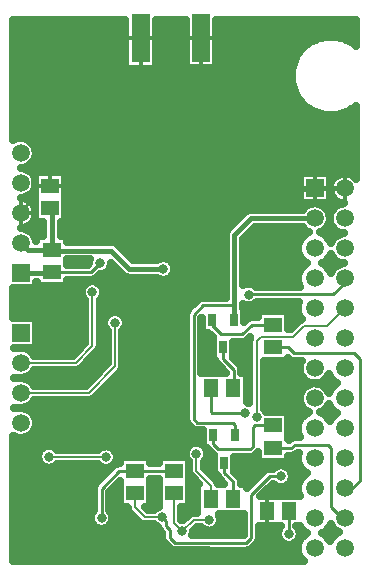
<source format=gbr>
G04 DipTrace 3.0.0.2*
G04 Bottom.gbr*
%MOIN*%
G04 #@! TF.FileFunction,Copper,L2,Bot*
G04 #@! TF.Part,Single*
G04 #@! TA.AperFunction,Conductor*
%ADD10C,0.01*%
%ADD14C,0.018*%
%ADD16C,0.007*%
G04 #@! TA.AperFunction,ViaPad*
%ADD17C,0.031496*%
G04 #@! TA.AperFunction,CopperBalancing*
%ADD18C,0.025*%
%ADD19C,0.012992*%
%ADD20R,0.059843X0.159843*%
%ADD22R,0.051181X0.059055*%
%ADD23R,0.059055X0.051181*%
G04 #@! TA.AperFunction,ComponentPad*
%ADD24R,0.059055X0.059055*%
%ADD25C,0.059055*%
%ADD29R,0.025591X0.041339*%
%FSLAX26Y26*%
G04*
G70*
G90*
G75*
G01*
G04 Bottom*
%LPD*%
X932016Y1406961D2*
D14*
X819155D1*
X757612Y1468504D1*
X562992D1*
X561024Y1470473D1*
X479788D1*
X456764Y1493496D1*
X561024Y1470473D2*
Y1605533D1*
X556168Y1610389D1*
X1350394Y523622D2*
D10*
Y598394D1*
X1351103Y599103D1*
X726378Y577378D2*
Y675378D1*
X784701Y733701D1*
X836701D1*
X965984D1*
X966536Y734252D1*
X673126Y505126D2*
Y479528D1*
X865528D1*
X916717Y530717D1*
X670701Y453945D2*
Y502701D1*
X673126Y505126D1*
X916717Y530717D2*
D16*
Y483685D1*
X954208Y446194D1*
X1106824D1*
X1276299Y599103D2*
X1275701Y598504D1*
Y468701D1*
X1253194Y446194D1*
X1106824D1*
X456764Y1593496D2*
D10*
Y1601383D1*
X507743Y1652362D1*
Y1676772D1*
X516142Y1685171D1*
X556147D1*
X556168Y1685192D1*
X660761Y858137D2*
X539895D1*
X485433Y803675D1*
Y675328D1*
X580709Y580053D1*
X659580D1*
X663386Y576247D1*
X1312599Y657612D2*
X1292257D1*
X1278215Y643570D1*
Y601019D1*
X1276299Y599103D1*
X1007612Y1321654D2*
D14*
X1059449D1*
X1124410Y1386614D1*
Y1551837D1*
X1198294Y1625722D1*
X1337139D1*
X1385565Y1674147D1*
X1435572D1*
X1437126Y1675701D1*
X1537126D1*
X660761Y858137D2*
X890026D1*
X940814Y908924D1*
Y1254856D1*
X1007612Y1321654D1*
X1537126Y675701D2*
D10*
X1561134D1*
X1587402Y701969D1*
Y1107612D1*
X1569423Y1125591D1*
X1369423D1*
X1348032Y1146982D1*
X1300525D1*
X1299213Y1145670D1*
X1537126Y575701D2*
X1528761D1*
X1491339Y613124D1*
Y811155D1*
X1481890Y820604D1*
X1369685D1*
X1358530Y809449D1*
X1300788D1*
X1299213Y811024D1*
X1097701Y852331D2*
Y825134D1*
X1116011Y806824D1*
X1222310D1*
X1230840Y815355D1*
Y879659D1*
X1237795Y886614D1*
X1298425D1*
X1299213Y885827D1*
X456764Y1393496D2*
D14*
X558851D1*
X561024Y1395670D1*
D10*
X691470D1*
X721654Y1425853D1*
X457349Y1093509D2*
D16*
X639966D1*
X695932Y1149475D1*
Y1329659D1*
X457349Y993509D2*
X683142D1*
X772179Y1082546D1*
Y1226903D1*
X771391Y1227691D1*
X1089898Y1010701D2*
D10*
Y932019D1*
X1095932Y925984D1*
X1203675D1*
X1204725Y927034D1*
X1093496Y1236339D2*
Y1219234D1*
X1123491Y1189239D1*
X1195670D1*
X1227034Y1220604D1*
X1299082D1*
X1299213Y1220473D1*
X1437126Y1575701D2*
D14*
X1225307D1*
X1169292Y1519685D1*
Y1286483D1*
Y1237331D1*
X1168299Y1236339D1*
X1172504Y852331D2*
D10*
Y886158D1*
X1164436Y894226D1*
X1045932D1*
X1033727Y906431D1*
Y1254725D1*
X1065486Y1286483D1*
X1169292D1*
X1164504Y641331D2*
Y699145D1*
X1135958Y727691D1*
Y760924D1*
X1135103Y761780D1*
X1130898Y1145788D2*
Y1107292D1*
X1167061Y1071129D1*
Y1013061D1*
X1164701Y1010701D1*
X1042520Y791578D2*
D16*
Y733596D1*
X1091339Y684777D1*
Y642969D1*
X1089701Y641331D1*
X551313Y780971D2*
X739895D1*
X741601Y779265D1*
X966536Y659449D2*
Y561866D1*
X995701Y532701D1*
X1085701Y570701D2*
X1033701D1*
X995701Y532701D1*
X928701Y579701D2*
X869701D1*
X836701Y612701D1*
Y658898D1*
X1324935Y716404D2*
D10*
X1287139D1*
X1225853Y655118D1*
Y510368D1*
X1209449Y493963D1*
X972047D1*
X954725Y511286D1*
Y537271D1*
X940683Y551313D1*
Y567719D1*
X928701Y579701D1*
X1243221Y914362D2*
D16*
Y1167760D1*
X1257221Y1181760D1*
X1366114D1*
X1400083Y1215729D1*
X1477154D1*
X1537126Y1275701D1*
Y1375701D2*
D10*
Y1361798D1*
X1498294Y1322966D1*
X1217586D1*
X1216536Y1321916D1*
D17*
X932016Y1406961D3*
X1350394Y523622D3*
X726378Y577378D3*
X673126Y505126D3*
X916717Y530717D3*
X670701Y453945D3*
X673126Y505126D3*
X1106824Y446194D3*
X660761Y858137D3*
X663386Y576247D3*
X1312599Y657612D3*
X1007612Y1321654D3*
X660761Y858137D3*
X1007612Y1321654D3*
X721654Y1425853D3*
X695932Y1329659D3*
X771391Y1227691D3*
X1204725Y927034D3*
X1042520Y791578D3*
X551313Y780971D3*
X741601Y779265D3*
X995701Y532701D3*
X1085701Y570701D3*
X928701Y579701D3*
X1324935Y716404D3*
X928701Y579701D3*
X1216536Y1321916D3*
X905512Y2047244D3*
X1062992Y1968504D3*
X905512D3*
X1062992Y2047244D3*
X1220473Y1732284D3*
X1141732Y2047244D3*
Y1968504D3*
Y2125984D3*
Y2204725D3*
X1220473Y1968504D3*
Y2047244D3*
Y2125984D3*
Y2204725D3*
X1141732Y1889764D3*
X1220473D3*
X1299213D3*
Y1968504D3*
Y2047244D3*
Y2125984D3*
Y2204725D3*
X826772Y1968504D3*
Y2047244D3*
X748032Y1968504D3*
Y2047244D3*
Y2125984D3*
Y2204725D3*
Y1889764D3*
Y1811024D3*
X826772D3*
X1141732D3*
X1062992D3*
X669292D3*
Y1889764D3*
Y1968504D3*
Y2047244D3*
Y2125984D3*
Y2204725D3*
X590551Y1889764D3*
Y1968504D3*
Y2047244D3*
Y2125984D3*
Y2204725D3*
X511811Y1889764D3*
Y1968504D3*
Y2047244D3*
Y2125984D3*
Y2204725D3*
X433071Y1889764D3*
Y1968504D3*
Y2047244D3*
Y2125984D3*
Y2204725D3*
X1062992Y1732284D3*
X984252D3*
X905512D3*
X826772D3*
X748032D3*
X669292D3*
X1141732D3*
X1220473Y1811024D3*
X1377953Y2204725D3*
X1456693D3*
X1535433D3*
X1377953Y1889764D3*
X1456693D3*
X1535433D3*
X1456693Y1811024D3*
X1535433D3*
X1243221Y914362D3*
X434685Y2212238D2*
D18*
X803684D1*
X909515D2*
X1004075D1*
X1109904D2*
X1573167D1*
X434685Y2187369D2*
X803684D1*
X909515D2*
X1004075D1*
X1109904D2*
X1573167D1*
X434685Y2162500D2*
X803684D1*
X909515D2*
X1004075D1*
X1109904D2*
X1419797D1*
X1561760D2*
X1573193D1*
X434685Y2137631D2*
X803684D1*
X909515D2*
X1004075D1*
X1109904D2*
X1390208D1*
X434685Y2112763D2*
X803684D1*
X909515D2*
X1004075D1*
X1109904D2*
X1372971D1*
X434685Y2087894D2*
X803684D1*
X909515D2*
X1004075D1*
X1109904D2*
X1362815D1*
X434685Y2063025D2*
X1358079D1*
X434685Y2038156D2*
X1358176D1*
X434685Y2013288D2*
X1363108D1*
X434685Y1988419D2*
X1373557D1*
X434685Y1963550D2*
X1391184D1*
X434685Y1938681D2*
X1421555D1*
X1559953D2*
X1573164D1*
X434685Y1913813D2*
X1573167D1*
X434685Y1888944D2*
X1573167D1*
X434685Y1864075D2*
X1573167D1*
X479583Y1839206D2*
X1573167D1*
X504729Y1814337D2*
X1573167D1*
X509124Y1789469D2*
X1573167D1*
X500091Y1764600D2*
X1573167D1*
X478361Y1739731D2*
X1573167D1*
X608684Y1714862D2*
X1384592D1*
X1489641D2*
X1503471D1*
X608684Y1689994D2*
X1384592D1*
X608684Y1665125D2*
X1384592D1*
X477044Y1640256D2*
X503635D1*
X608684D2*
X1384592D1*
X1489641D2*
X1499322D1*
X608684Y1615387D2*
X1404172D1*
X1470061D2*
X1504172D1*
X608684Y1590519D2*
X1195920D1*
X608684Y1565650D2*
X1171067D1*
X475579Y1540781D2*
X529025D1*
X593011D2*
X1146164D1*
X1234612D2*
X1398801D1*
X1475432D2*
X1498801D1*
X613567Y1515912D2*
X1137327D1*
X1209709D2*
X1395628D1*
X1478607D2*
X1504856D1*
X779143Y1491044D2*
X1137327D1*
X1201263D2*
X1380735D1*
X804143Y1466175D2*
X1137327D1*
X1201263D2*
X1379416D1*
X828996Y1441306D2*
X917941D1*
X946096D2*
X1137327D1*
X1201263D2*
X1390403D1*
X1483831D2*
X1498313D1*
X969524Y1416437D2*
X1137327D1*
X1201263D2*
X1396164D1*
X1478068D2*
X1505588D1*
X735931Y1391568D2*
X790355D1*
X967327D2*
X1137327D1*
X1201263D2*
X1380881D1*
X613567Y1366700D2*
X1137327D1*
X1201263D2*
X1379319D1*
X434685Y1341831D2*
X659299D1*
X732561D2*
X1137327D1*
X434685Y1316962D2*
X659495D1*
X732365D2*
X1137327D1*
X434685Y1292093D2*
X669456D1*
X722404D2*
X1032541D1*
X1239641D2*
X1381076D1*
X434685Y1267225D2*
X669456D1*
X722404D2*
X1009007D1*
X1204095D2*
X1379271D1*
X509856Y1242356D2*
X669456D1*
X722404D2*
X735748D1*
X807024D2*
X1005735D1*
X1351751D2*
X1389621D1*
X509856Y1217487D2*
X669456D1*
X722404D2*
X734103D1*
X808684D2*
X1005735D1*
X1351751D2*
X1365389D1*
X509856Y1192618D2*
X669456D1*
X722404D2*
X745676D1*
X798675D2*
X1005735D1*
X1061711D2*
X1081565D1*
X509856Y1167750D2*
X669456D1*
X722404D2*
X745676D1*
X798675D2*
X1005735D1*
X1061711D2*
X1095091D1*
X434685Y1142881D2*
X446799D1*
X467924D2*
X652903D1*
X721477D2*
X745676D1*
X798675D2*
X1005735D1*
X1061711D2*
X1095091D1*
X1166692D2*
X1216721D1*
X503460Y1118012D2*
X628049D1*
X700872D2*
X745676D1*
X798675D2*
X1005735D1*
X1061711D2*
X1095091D1*
X1166692D2*
X1216721D1*
X676019Y1093143D2*
X745676D1*
X798675D2*
X1005735D1*
X1061711D2*
X1107200D1*
X1183587D2*
X1216721D1*
X1269719D2*
X1387717D1*
X503068Y1068274D2*
X721507D1*
X793939D2*
X1005735D1*
X1061711D2*
X1131369D1*
X1195061D2*
X1216721D1*
X1269719D2*
X1385129D1*
X434685Y1043406D2*
X451243D1*
X463436D2*
X696604D1*
X769475D2*
X1005735D1*
X1269719D2*
X1396408D1*
X1477824D2*
X1488819D1*
X503167Y1018537D2*
X671751D1*
X744572D2*
X1005735D1*
X1269719D2*
X1408763D1*
X1465471D2*
X1498508D1*
X719719Y993668D2*
X1005735D1*
X1269719D2*
X1387912D1*
X503361Y968799D2*
X1005735D1*
X1269719D2*
X1385080D1*
X434685Y943931D2*
X448167D1*
X466502D2*
X1005735D1*
X1269719D2*
X1395969D1*
X1478264D2*
X1488453D1*
X502873Y919062D2*
X1005735D1*
X1351751D2*
X1399143D1*
X1475091D2*
X1499143D1*
X509856Y894193D2*
X1008860D1*
X1351751D2*
X1381760D1*
X503655Y869324D2*
X1038011D1*
X1351751D2*
X1378977D1*
X434685Y844456D2*
X445041D1*
X469633D2*
X1061887D1*
X434685Y819587D2*
X1017015D1*
X434685Y794718D2*
X515256D1*
X776897D2*
X1003928D1*
X1081145D2*
X1089584D1*
X434685Y769849D2*
X514328D1*
X889251D2*
X913987D1*
X1074016D2*
X1099289D1*
X1170891D2*
X1246701D1*
X1351751D2*
X1378928D1*
X434685Y744981D2*
X727316D1*
X1068987D2*
X1099289D1*
X1170891D2*
X1300120D1*
X1349748D2*
X1387767D1*
X434685Y720112D2*
X732591D1*
X1092424D2*
X1109104D1*
X1182072D2*
X1252316D1*
X1363469D2*
X1400461D1*
X434685Y695243D2*
X707688D1*
X889251D2*
X913987D1*
X1019084D2*
X1044456D1*
X1115423D2*
X1129856D1*
X1192473D2*
X1227415D1*
X1356877D2*
X1382103D1*
X434685Y670374D2*
X698411D1*
X759904D2*
X784152D1*
X889251D2*
X913987D1*
X1019084D2*
X1041087D1*
X1279631D2*
X1378879D1*
X434685Y645505D2*
X698411D1*
X754387D2*
X784152D1*
X889251D2*
X913987D1*
X1019084D2*
X1041087D1*
X434685Y620637D2*
X698411D1*
X754387D2*
X784152D1*
X889251D2*
X913987D1*
X1019084D2*
X1041087D1*
X434685Y595768D2*
X692649D1*
X760100D2*
X817209D1*
X993011D2*
X1041087D1*
X434685Y570899D2*
X688205D1*
X764544D2*
X842063D1*
X1124456D2*
X1197873D1*
X434685Y546030D2*
X705687D1*
X747063D2*
X912767D1*
X1045452D2*
X1056663D1*
X1114739D2*
X1197873D1*
X1253851D2*
X1319407D1*
X434685Y521162D2*
X926731D1*
X1032561D2*
X1197873D1*
X1253851D2*
X1311740D1*
X1389055D2*
X1401904D1*
X1472356D2*
X1501877D1*
X434685Y496293D2*
X931613D1*
X1249603D2*
X1324095D1*
X434685Y471424D2*
X957639D1*
X1223869D2*
X1378781D1*
X434685Y446555D2*
X1386789D1*
X907009Y2237121D2*
Y2075175D1*
X806167D1*
Y2237118D1*
X432185Y2237107D1*
Y1837058D1*
X437620Y1839715D1*
X445086Y1842142D1*
X452839Y1843369D1*
X460689D1*
X468442Y1842142D1*
X475908Y1839715D1*
X482903Y1836151D1*
X489255Y1831537D1*
X494805Y1825987D1*
X499419Y1819635D1*
X502983Y1812641D1*
X505410Y1805175D1*
X506637Y1797421D1*
Y1789571D1*
X505410Y1781818D1*
X502983Y1774352D1*
X499419Y1767357D1*
X494805Y1761005D1*
X489255Y1755456D1*
X482903Y1750841D1*
X475908Y1747277D1*
X468442Y1744851D1*
X460689Y1743624D1*
X457853Y1743512D1*
X464589Y1742908D1*
X472223Y1741075D1*
X479477Y1738071D1*
X486170Y1733970D1*
X492139Y1728872D1*
X497238Y1722902D1*
X501339Y1716209D1*
X504343Y1708956D1*
X506141Y1701601D1*
Y1731282D1*
X606196D1*
Y1564298D1*
X590523D1*
X590524Y1516520D1*
X611051Y1516563D1*
Y1497960D1*
X759927Y1497914D1*
X766727Y1496561D1*
X773025Y1493658D1*
X778471Y1489364D1*
X778698Y1489118D1*
X831655Y1436461D1*
X911000D1*
X915559Y1439257D1*
X920815Y1441435D1*
X926345Y1442763D1*
X932016Y1443209D1*
X937687Y1442763D1*
X943217Y1441435D1*
X948473Y1439257D1*
X953322Y1436286D1*
X957647Y1432592D1*
X961341Y1428267D1*
X964313Y1423418D1*
X966490Y1418162D1*
X967818Y1412631D1*
X968264Y1406961D1*
X967818Y1401290D1*
X966490Y1395760D1*
X964313Y1390504D1*
X961341Y1385655D1*
X957647Y1381330D1*
X953322Y1377635D1*
X948473Y1374664D1*
X943217Y1372487D1*
X937687Y1371159D1*
X932016Y1370713D1*
X926345Y1371159D1*
X920815Y1372487D1*
X915559Y1374664D1*
X910960Y1377469D1*
X816840Y1377551D1*
X810040Y1378904D1*
X803742Y1381807D1*
X798295Y1386101D1*
X798068Y1386347D1*
X757865Y1426532D1*
X757456Y1420183D1*
X756128Y1414652D1*
X753950Y1409397D1*
X750979Y1404547D1*
X747285Y1400222D1*
X742960Y1396528D1*
X738110Y1393557D1*
X732855Y1391379D1*
X727324Y1390051D1*
X721465Y1389613D1*
X706458Y1375040D1*
X701229Y1372110D1*
X695460Y1370483D1*
X691470Y1370170D1*
X611050D1*
X611051Y1349579D1*
X510996D1*
Y1363983D1*
X506751Y1363996D1*
X506792Y1343469D1*
X432134D1*
X432322Y1243537D1*
X507377D1*
Y1143482D1*
X461274Y1143382D1*
X469028Y1142155D1*
X476494Y1139729D1*
X483488Y1136164D1*
X489840Y1131550D1*
X495390Y1126000D1*
X500004Y1119649D1*
X501211Y1117494D1*
X630054Y1117509D1*
X671920Y1159404D1*
X671932Y1302454D1*
X666607Y1308353D1*
X663635Y1313202D1*
X661458Y1318458D1*
X660130Y1323988D1*
X659684Y1329659D1*
X660130Y1335330D1*
X661458Y1340860D1*
X663635Y1346116D1*
X666607Y1350965D1*
X670301Y1355290D1*
X674626Y1358984D1*
X679475Y1361956D1*
X684731Y1364133D1*
X690261Y1365461D1*
X695932Y1365907D1*
X701603Y1365461D1*
X707133Y1364133D1*
X712389Y1361956D1*
X717238Y1358984D1*
X721563Y1355290D1*
X725257Y1350965D1*
X728229Y1346116D1*
X730406Y1340860D1*
X731734Y1335330D1*
X732180Y1329659D1*
X731734Y1323988D1*
X730406Y1318458D1*
X728229Y1313202D1*
X725257Y1308353D1*
X719923Y1302511D1*
X719858Y1147592D1*
X718757Y1142059D1*
X716395Y1136936D1*
X712659Y1132280D1*
X655553Y1075260D1*
X650862Y1072125D1*
X645568Y1070172D1*
X639635Y1069523D1*
X501246Y1069509D1*
X497823Y1064104D1*
X492725Y1058134D1*
X486755Y1053036D1*
X480062Y1048935D1*
X472809Y1045931D1*
X465175Y1044097D1*
X458439Y1043525D1*
X465175Y1042921D1*
X472809Y1041088D1*
X480062Y1038084D1*
X486755Y1033983D1*
X492725Y1028885D1*
X497823Y1022915D1*
X501211Y1017494D1*
X673218Y1017509D1*
X748172Y1092481D1*
X748179Y1199879D1*
X743828Y1204150D1*
X740484Y1208751D1*
X737903Y1213819D1*
X736145Y1219229D1*
X735255Y1224847D1*
Y1230534D1*
X736145Y1236152D1*
X737903Y1241562D1*
X740484Y1246630D1*
X743828Y1251231D1*
X747851Y1255253D1*
X752452Y1258597D1*
X757520Y1261179D1*
X762929Y1262937D1*
X768547Y1263827D1*
X774235D1*
X779853Y1262937D1*
X785263Y1261179D1*
X790331Y1258597D1*
X794932Y1255253D1*
X798954Y1251231D1*
X802298Y1246630D1*
X804879Y1241562D1*
X806638Y1236152D1*
X807528Y1230534D1*
Y1224847D1*
X806638Y1219229D1*
X804879Y1213819D1*
X802298Y1208751D1*
X798954Y1204150D1*
X796166Y1201267D1*
X796105Y1080663D1*
X795004Y1075130D1*
X792642Y1070005D1*
X788906Y1065351D1*
X698729Y975260D1*
X694038Y972125D1*
X688744Y970172D1*
X682811Y969523D1*
X501257Y969509D1*
X497823Y964104D1*
X492725Y958134D1*
X486755Y953036D1*
X480062Y948935D1*
X472809Y945931D1*
X465175Y944097D1*
X458439Y943525D1*
X465175Y942921D1*
X472809Y941088D1*
X480062Y938084D1*
X486755Y933983D1*
X492725Y928885D1*
X497823Y922915D1*
X501924Y916222D1*
X504928Y908969D1*
X506761Y901335D1*
X507377Y893509D1*
X506761Y885684D1*
X504928Y878050D1*
X501924Y870797D1*
X497823Y864104D1*
X492725Y858134D1*
X486755Y853036D1*
X480062Y848935D1*
X472809Y845931D1*
X465175Y844097D1*
X457349Y843482D1*
X449524Y844097D1*
X441890Y845931D1*
X434637Y848935D1*
X432160Y850322D1*
X432185Y432185D1*
X1401862D1*
X1394529Y439319D1*
X1389361Y446431D1*
X1385370Y454263D1*
X1382655Y462624D1*
X1381280Y471306D1*
Y480096D1*
X1382655Y488778D1*
X1385370Y497139D1*
X1389361Y504971D1*
X1394529Y512083D1*
X1400744Y518298D1*
X1407856Y523466D1*
X1411694Y525788D1*
X1404198Y530381D1*
X1397515Y536089D1*
X1391806Y542773D1*
X1387876Y549084D1*
X1376246Y549075D1*
X1381301Y542562D1*
X1383882Y537494D1*
X1385641Y532084D1*
X1386530Y526466D1*
Y520778D1*
X1385641Y515160D1*
X1383882Y509751D1*
X1381301Y504683D1*
X1377957Y500082D1*
X1373935Y496059D1*
X1369334Y492715D1*
X1364265Y490134D1*
X1358856Y488376D1*
X1353238Y487486D1*
X1347550D1*
X1341932Y488376D1*
X1336523Y490134D1*
X1331454Y492715D1*
X1326853Y496059D1*
X1322831Y500082D1*
X1319487Y504683D1*
X1316906Y509751D1*
X1315147Y515160D1*
X1314257Y520778D1*
Y526466D1*
X1315147Y532084D1*
X1316906Y537494D1*
X1319487Y542562D1*
X1322831Y547163D1*
X1324604Y549082D1*
X1251345Y549075D1*
X1251040Y506378D1*
X1249412Y500609D1*
X1246483Y495379D1*
X1243885Y492336D1*
X1224437Y473334D1*
X1219208Y470404D1*
X1213439Y468777D1*
X1209449Y468463D1*
X968058Y468777D1*
X962289Y470404D1*
X957059Y473334D1*
X954016Y475932D1*
X934095Y496298D1*
X931166Y501528D1*
X929538Y507297D1*
X929225Y511286D1*
Y526765D1*
X920053Y536324D1*
X917124Y541554D1*
X915803Y545781D1*
X909761Y548794D1*
X905160Y552138D1*
X901553Y555710D1*
X865946Y555996D1*
X860516Y557528D1*
X855595Y560285D1*
X852730Y562730D1*
X817285Y598595D1*
X814528Y603516D1*
X812996Y608946D1*
X812701Y612848D1*
X786673Y612807D1*
Y699672D1*
X751874Y664811D1*
X752009Y603009D1*
X755704Y598684D1*
X758675Y593835D1*
X760852Y588579D1*
X762180Y583049D1*
X762626Y577378D1*
X762180Y571708D1*
X760852Y566177D1*
X758675Y560921D1*
X755704Y556072D1*
X752009Y551747D1*
X747684Y548053D1*
X742835Y545082D1*
X737579Y542904D1*
X732049Y541576D1*
X726378Y541130D1*
X720708Y541576D1*
X715177Y542904D1*
X709921Y545082D1*
X705072Y548053D1*
X700747Y551747D1*
X697053Y556072D1*
X694082Y560921D1*
X691904Y566177D1*
X690576Y571708D1*
X690130Y577378D1*
X690576Y583049D1*
X691904Y588579D1*
X694082Y593835D1*
X697053Y598684D1*
X700886Y603138D1*
X700957Y677379D1*
X702126Y683259D1*
X704635Y688702D1*
X708593Y693638D1*
X768139Y753092D1*
X773124Y756421D1*
X778748Y758496D1*
X785037Y759188D1*
X786702Y759201D1*
X786673Y779792D1*
X886729D1*
Y759235D1*
X916534Y759201D1*
X916508Y780343D1*
X1008046Y780377D1*
X1006718Y785907D1*
X1006272Y791578D1*
X1006718Y797248D1*
X1008046Y802778D1*
X1010223Y808034D1*
X1013194Y812883D1*
X1016889Y817209D1*
X1021214Y820903D1*
X1026063Y823874D1*
X1031319Y826051D1*
X1036849Y827379D1*
X1042520Y827826D1*
X1048191Y827379D1*
X1053721Y826051D1*
X1058977Y823874D1*
X1064411Y820441D1*
X1064406Y868730D1*
X1041942Y869040D1*
X1036173Y870667D1*
X1030944Y873596D1*
X1027900Y876194D1*
X1013097Y891442D1*
X1010168Y896672D1*
X1008541Y902441D1*
X1008227Y906431D1*
X1008541Y1258714D1*
X1010168Y1264483D1*
X1013097Y1269713D1*
X1015696Y1272756D1*
X1050498Y1307113D1*
X1055727Y1310042D1*
X1061496Y1311670D1*
X1065486Y1311983D1*
X1139851D1*
X1139882Y1522000D1*
X1141235Y1528801D1*
X1144138Y1535099D1*
X1148432Y1540545D1*
X1148677Y1540772D1*
X1206149Y1598133D1*
X1211915Y1601986D1*
X1218420Y1604386D1*
X1225307Y1605201D1*
X1225642Y1605188D1*
X1396743Y1605201D1*
X1401751Y1611076D1*
X1407721Y1616175D1*
X1414414Y1620276D1*
X1421667Y1623280D1*
X1429301Y1625113D1*
X1434654Y1625673D1*
X1387099D1*
Y1725729D1*
X1487154D1*
X1487382Y1681025D1*
X1488736Y1688394D1*
X1491175Y1695479D1*
X1494643Y1702121D1*
X1499066Y1708170D1*
X1504343Y1713490D1*
X1510355Y1717962D1*
X1516966Y1721487D1*
X1524032Y1723984D1*
X1531390Y1725399D1*
X1538877Y1725698D1*
X1546324Y1724876D1*
X1553566Y1722950D1*
X1560439Y1719965D1*
X1566788Y1715987D1*
X1572473Y1711105D1*
X1575708Y1707542D1*
X1575673Y1951718D1*
X1567612Y1945362D1*
X1559076Y1939659D1*
X1550120Y1934642D1*
X1540797Y1930345D1*
X1531166Y1926792D1*
X1521285Y1924005D1*
X1511217Y1922003D1*
X1501021Y1920795D1*
X1490764Y1920393D1*
X1480507Y1920795D1*
X1470311Y1922003D1*
X1460243Y1924005D1*
X1450362Y1926792D1*
X1440731Y1930345D1*
X1431408Y1934642D1*
X1422452Y1939659D1*
X1413916Y1945362D1*
X1405855Y1951718D1*
X1398315Y1958685D1*
X1391348Y1966225D1*
X1384992Y1974286D1*
X1379289Y1982822D1*
X1374272Y1991778D1*
X1369975Y2001101D1*
X1366421Y2010732D1*
X1363635Y2020613D1*
X1361633Y2030681D1*
X1360425Y2040877D1*
X1360023Y2051134D1*
X1360425Y2061391D1*
X1361633Y2071587D1*
X1363635Y2081655D1*
X1366421Y2091536D1*
X1369975Y2101167D1*
X1374272Y2110490D1*
X1379289Y2119446D1*
X1384992Y2127982D1*
X1391348Y2136044D1*
X1398315Y2143583D1*
X1405855Y2150550D1*
X1413916Y2156906D1*
X1422452Y2162609D1*
X1431408Y2167626D1*
X1440731Y2171923D1*
X1450362Y2175477D1*
X1460243Y2178263D1*
X1470311Y2180265D1*
X1480507Y2181473D1*
X1490764Y2181876D1*
X1501021Y2181473D1*
X1511217Y2180265D1*
X1521285Y2178263D1*
X1531166Y2175477D1*
X1540797Y2171923D1*
X1550120Y2167626D1*
X1559076Y2162609D1*
X1567612Y2156906D1*
X1575704Y2150524D1*
X1575689Y2237107D1*
X1107379D1*
X1107403Y2077143D1*
X1006561D1*
Y2237114D1*
X906988Y2237107D1*
X1317512Y649130D2*
X1387776D1*
X1383848Y658390D1*
X1381797Y666937D1*
X1381107Y675701D1*
X1381797Y684465D1*
X1383848Y693012D1*
X1387213Y701133D1*
X1391806Y708629D1*
X1397515Y715313D1*
X1404198Y721021D1*
X1411865Y725694D1*
X1404198Y730381D1*
X1397515Y736089D1*
X1391806Y742773D1*
X1387213Y750269D1*
X1383848Y758390D1*
X1381797Y766937D1*
X1381107Y775701D1*
X1381797Y784465D1*
X1383848Y793012D1*
X1384628Y795124D1*
X1380222Y795104D1*
X1373519Y788819D1*
X1368289Y785890D1*
X1362520Y784263D1*
X1358530Y783949D1*
X1349204D1*
X1349240Y764933D1*
X1249185D1*
Y797697D1*
X1238870Y787435D1*
X1233886Y784104D1*
X1228263Y782029D1*
X1221974Y781337D1*
X1168355Y781324D1*
X1168398Y731318D1*
X1185134Y714133D1*
X1188063Y708903D1*
X1189691Y703134D1*
X1190004Y699145D1*
Y691381D1*
X1210595Y691358D1*
Y675879D1*
X1270579Y735795D1*
X1275562Y739125D1*
X1281187Y741200D1*
X1287475Y741891D1*
X1299303Y742036D1*
X1303629Y745730D1*
X1308478Y748701D1*
X1313734Y750878D1*
X1319264Y752206D1*
X1324935Y752652D1*
X1330605Y752206D1*
X1336135Y750878D1*
X1341391Y748701D1*
X1346240Y745730D1*
X1350566Y742036D1*
X1354260Y737710D1*
X1357231Y732861D1*
X1359408Y727605D1*
X1360736Y722075D1*
X1361183Y716404D1*
X1360736Y710734D1*
X1359408Y705204D1*
X1357231Y699948D1*
X1354260Y695099D1*
X1350566Y690773D1*
X1346240Y687079D1*
X1341391Y684108D1*
X1336135Y681931D1*
X1330605Y680603D1*
X1324935Y680156D1*
X1319264Y680603D1*
X1313734Y681931D1*
X1308478Y684108D1*
X1303629Y687079D1*
X1299175Y690912D1*
X1296332Y689534D1*
X1255900Y649104D1*
X1317512Y649130D1*
X531538Y1564298D2*
X506141D1*
Y1585441D1*
X504559Y1578719D1*
X501816Y1571747D1*
X498063Y1565263D1*
X493382Y1559411D1*
X487881Y1554324D1*
X481681Y1550116D1*
X474923Y1546881D1*
X467756Y1544692D1*
X460344Y1543597D1*
X458286Y1543502D1*
X464589Y1542908D1*
X472223Y1541075D1*
X479477Y1538071D1*
X486170Y1533970D1*
X492139Y1528872D1*
X497238Y1522902D1*
X501339Y1516209D1*
X504343Y1508956D1*
X506336Y1499966D1*
X510996Y1511882D1*
Y1516563D1*
X531553D1*
X531524Y1564272D1*
X506141Y1601554D2*
Y1685458D1*
X504343Y1678037D1*
X501339Y1670784D1*
X497238Y1664091D1*
X492139Y1658121D1*
X486170Y1653023D1*
X479477Y1648921D1*
X472223Y1645918D1*
X464589Y1644084D1*
X458515Y1643494D1*
X465962Y1642671D1*
X473204Y1640746D1*
X480076Y1637760D1*
X486425Y1633782D1*
X492110Y1628900D1*
X497002Y1623223D1*
X500990Y1616881D1*
X503986Y1610013D1*
X506142Y1601435D1*
X1081528Y1195170D2*
X1060201D1*
Y1245121D1*
X1059227Y1242225D1*
Y1060730D1*
X1135988Y1060680D1*
X1140191Y1061936D1*
X1110268Y1092303D1*
X1107339Y1097533D1*
X1105662Y1103730D1*
X1105711Y1103302D1*
X1105662Y1103730D1*
X1101693Y1104618D1*
X1097603D1*
Y1179082D1*
X1081463Y1195204D1*
X1198767Y1277508D2*
X1201595D1*
Y1231170D1*
X1212046Y1241234D1*
X1217276Y1244163D1*
X1223045Y1245790D1*
X1227034Y1246104D1*
X1249154D1*
X1249185Y1266563D1*
X1349240D1*
Y1205772D1*
X1357983Y1207570D1*
X1385977Y1235145D1*
X1390898Y1237902D1*
X1394704Y1239110D1*
X1389361Y1246431D1*
X1385370Y1254263D1*
X1382655Y1262624D1*
X1381280Y1271306D1*
Y1280096D1*
X1382655Y1288778D1*
X1385523Y1297466D1*
X1243265D1*
X1237841Y1292591D1*
X1232992Y1289620D1*
X1227736Y1287442D1*
X1222206Y1286114D1*
X1216536Y1285668D1*
X1210865Y1286114D1*
X1205335Y1287442D1*
X1198769Y1290352D1*
X1198792Y1277547D1*
X1164193Y1163764D2*
Y1110036D1*
X1187691Y1086117D1*
X1190620Y1080887D1*
X1192247Y1075118D1*
X1192561Y1071129D1*
Y1060729D1*
X1210792D1*
Y962730D1*
X1215925Y961508D1*
X1219232Y960230D1*
X1219294Y1169643D1*
X1220395Y1175176D1*
X1222049Y1179034D1*
X1212230Y1169849D1*
X1207246Y1166519D1*
X1201622Y1164444D1*
X1195334Y1163752D1*
X1164175Y1163739D1*
X1111513Y720610D2*
X1101807D1*
Y785698D1*
X1097979Y788793D1*
X1077071Y810146D1*
X1076832Y810503D1*
X1077071Y810146D1*
X1076832Y810503D1*
X1074816Y808034D1*
X1076994Y802778D1*
X1078322Y797248D1*
X1078768Y791578D1*
X1078322Y785907D1*
X1076994Y780377D1*
X1074816Y775121D1*
X1071845Y770272D1*
X1066511Y764429D1*
X1066520Y743482D1*
X1109588Y700364D1*
X1112723Y695673D1*
X1114282Y691776D1*
X1118414Y691358D1*
X1135792Y691310D1*
X1116567Y711130D1*
X1113238Y716113D1*
X1111589Y720225D1*
X1349240Y1109777D2*
Y1099579D1*
X1267160D1*
X1267221Y941540D1*
X1272546Y935668D1*
X1274904Y931915D1*
X1349240Y931918D1*
X1349192Y839736D1*
X1351654Y838635D1*
X1356361Y842347D1*
X1361805Y844856D1*
X1367684Y846025D1*
X1389558Y846104D1*
X1385370Y854263D1*
X1382655Y862624D1*
X1381280Y871306D1*
Y880096D1*
X1382655Y888778D1*
X1385370Y897139D1*
X1389361Y904971D1*
X1394529Y912083D1*
X1400744Y918298D1*
X1407856Y923466D1*
X1415688Y927457D1*
X1419541Y928878D1*
X1410987Y933046D1*
X1404635Y937660D1*
X1399086Y943210D1*
X1394471Y949562D1*
X1390907Y956557D1*
X1388481Y964023D1*
X1387253Y971776D1*
Y979626D1*
X1388481Y987379D1*
X1390907Y994845D1*
X1394471Y1001840D1*
X1399086Y1008192D1*
X1404635Y1013742D1*
X1410987Y1018356D1*
X1417982Y1021920D1*
X1425448Y1024347D1*
X1433201Y1025574D1*
X1436037Y1025685D1*
X1429301Y1026289D1*
X1421667Y1028122D1*
X1414414Y1031126D1*
X1407721Y1035227D1*
X1401751Y1040326D1*
X1396652Y1046295D1*
X1392551Y1052988D1*
X1389547Y1060242D1*
X1387714Y1067876D1*
X1387099Y1075701D1*
X1387714Y1083526D1*
X1389547Y1091160D1*
X1392551Y1098414D1*
X1393504Y1100113D1*
X1365433Y1100404D1*
X1359664Y1102032D1*
X1354435Y1104961D1*
X1349217Y1109735D1*
X1200390Y591303D2*
X1118414Y591352D1*
X1116608Y589641D1*
X1119189Y584572D1*
X1120948Y579163D1*
X1121837Y573545D1*
Y567857D1*
X1120948Y562239D1*
X1119189Y556830D1*
X1116608Y551761D1*
X1113264Y547160D1*
X1109242Y543138D1*
X1104641Y539794D1*
X1099572Y537213D1*
X1094163Y535454D1*
X1088545Y534565D1*
X1082857D1*
X1077239Y535454D1*
X1071830Y537213D1*
X1066761Y539794D1*
X1062160Y543138D1*
X1058553Y546710D1*
X1043660Y546701D1*
X1031855Y534914D1*
X1031503Y527030D1*
X1029416Y519445D1*
X1198937Y519463D1*
X1200345Y520923D1*
X1200353Y591276D1*
X1043610Y594672D2*
Y691358D1*
X1050788D1*
X1023104Y719490D1*
X1020347Y724411D1*
X1018815Y729841D1*
X1018520Y733596D1*
Y764407D1*
X1016565Y766298D1*
X1016563Y613358D1*
X990538D1*
X990536Y571752D1*
X993484Y568858D1*
X997935Y568861D1*
X1019595Y590117D1*
X1024516Y592874D1*
X1029946Y594406D1*
X1033701Y594701D1*
X1043613D1*
X886729Y708259D2*
Y612807D1*
X870469D1*
X879671Y603673D1*
X901488Y603701D1*
X907395Y609026D1*
X912244Y611998D1*
X916509Y613810D1*
X916557Y705540D1*
X915984Y708201D1*
X886736D1*
X886729Y692488D1*
X611051Y1438975D2*
Y1421204D1*
X680897Y1421170D1*
X685406Y1425853D1*
X685852Y1431524D1*
X687907Y1439026D1*
X611079Y1439004D1*
X1487154Y1673356D2*
Y1625673D1*
X1441051Y1625574D1*
X1448805Y1624347D1*
X1456271Y1621920D1*
X1463265Y1618356D1*
X1469617Y1613742D1*
X1475167Y1608192D1*
X1479781Y1601840D1*
X1483345Y1594845D1*
X1485772Y1587379D1*
X1486999Y1579626D1*
X1487110Y1576790D1*
X1487714Y1583526D1*
X1489547Y1591160D1*
X1492551Y1598414D1*
X1496652Y1605107D1*
X1501751Y1611076D1*
X1507721Y1616175D1*
X1514414Y1620276D1*
X1521667Y1623280D1*
X1529301Y1625113D1*
X1536037Y1625685D1*
X1528256Y1626466D1*
X1521003Y1628343D1*
X1514110Y1631282D1*
X1507734Y1635218D1*
X1502017Y1640062D1*
X1497088Y1645706D1*
X1493058Y1652023D1*
X1490015Y1658870D1*
X1488029Y1666095D1*
X1487154Y1673408D1*
X1487110Y1574612D2*
X1486538Y1567876D1*
X1484705Y1560242D1*
X1481701Y1552988D1*
X1477600Y1546295D1*
X1472502Y1540326D1*
X1466532Y1535227D1*
X1459839Y1531126D1*
X1454673Y1528893D1*
X1462558Y1525614D1*
X1470054Y1521021D1*
X1476738Y1515313D1*
X1482446Y1508629D1*
X1487040Y1501133D1*
X1490303Y1493286D1*
X1494471Y1501840D1*
X1499086Y1508192D1*
X1504635Y1513742D1*
X1510987Y1518356D1*
X1517982Y1521920D1*
X1525448Y1524347D1*
X1533201Y1525574D1*
X1536037Y1525685D1*
X1529301Y1526289D1*
X1521667Y1528122D1*
X1514414Y1531126D1*
X1507721Y1535227D1*
X1501751Y1540326D1*
X1496652Y1546295D1*
X1492551Y1552988D1*
X1489547Y1560242D1*
X1487714Y1567876D1*
X1487142Y1574612D1*
X1419579Y1528893D2*
X1414414Y1531126D1*
X1407721Y1535227D1*
X1401751Y1540326D1*
X1396719Y1546211D1*
X1237328Y1546003D1*
X1198792Y1507185D1*
Y1353523D1*
X1205335Y1356390D1*
X1210865Y1357718D1*
X1216536Y1358164D1*
X1222206Y1357718D1*
X1227736Y1356390D1*
X1232992Y1354213D1*
X1237841Y1351242D1*
X1241179Y1348461D1*
X1388142Y1348466D1*
X1383848Y1358390D1*
X1381797Y1366937D1*
X1381107Y1375701D1*
X1381797Y1384465D1*
X1383848Y1393012D1*
X1387213Y1401133D1*
X1391806Y1408629D1*
X1397515Y1415313D1*
X1404198Y1421021D1*
X1411865Y1425694D1*
X1404198Y1430381D1*
X1397515Y1436089D1*
X1391806Y1442773D1*
X1387213Y1450269D1*
X1383848Y1458390D1*
X1381797Y1466937D1*
X1381107Y1475701D1*
X1381797Y1484465D1*
X1383848Y1493012D1*
X1387213Y1501133D1*
X1391806Y1508629D1*
X1397515Y1515313D1*
X1404198Y1521021D1*
X1411694Y1525614D1*
X1419541Y1528878D1*
X1490303Y1458116D2*
X1487040Y1450269D1*
X1482446Y1442773D1*
X1476738Y1436089D1*
X1470054Y1430381D1*
X1462387Y1425708D1*
X1470054Y1421021D1*
X1476738Y1415313D1*
X1482446Y1408629D1*
X1487040Y1401133D1*
X1490303Y1393286D1*
X1494471Y1401840D1*
X1499086Y1408192D1*
X1504635Y1413742D1*
X1510987Y1418356D1*
X1517982Y1421920D1*
X1525448Y1424347D1*
X1533201Y1425574D1*
X1536037Y1425685D1*
X1529301Y1426289D1*
X1521667Y1428122D1*
X1514414Y1431126D1*
X1507721Y1435227D1*
X1501751Y1440326D1*
X1496652Y1446295D1*
X1492551Y1452988D1*
X1490318Y1458154D1*
X1483935Y1058154D2*
X1481701Y1052988D1*
X1477600Y1046295D1*
X1472502Y1040326D1*
X1466532Y1035227D1*
X1459839Y1031126D1*
X1452586Y1028122D1*
X1444952Y1026289D1*
X1438215Y1025717D1*
X1444952Y1025113D1*
X1452586Y1023280D1*
X1459839Y1020276D1*
X1466532Y1016175D1*
X1472502Y1011076D1*
X1477600Y1005107D1*
X1481701Y998414D1*
X1483935Y993248D1*
X1487213Y1001133D1*
X1491806Y1008629D1*
X1497515Y1015313D1*
X1504198Y1021021D1*
X1511865Y1025694D1*
X1504198Y1030381D1*
X1497515Y1036089D1*
X1491806Y1042773D1*
X1487213Y1050269D1*
X1483949Y1058116D1*
X1483935Y958154D2*
X1481701Y952988D1*
X1477600Y946295D1*
X1472502Y940326D1*
X1466532Y935227D1*
X1459839Y931126D1*
X1454673Y928893D1*
X1462558Y925614D1*
X1470054Y921021D1*
X1476738Y915313D1*
X1482446Y908629D1*
X1487120Y900962D1*
X1491806Y908629D1*
X1497515Y915313D1*
X1504198Y921021D1*
X1511865Y925694D1*
X1504198Y930381D1*
X1497515Y936089D1*
X1491806Y942773D1*
X1487213Y950269D1*
X1483949Y958116D1*
X1490303Y558116D2*
X1487040Y550269D1*
X1482446Y542773D1*
X1476738Y536089D1*
X1470054Y530381D1*
X1462387Y525708D1*
X1470054Y521021D1*
X1476738Y515313D1*
X1482446Y508629D1*
X1487120Y500962D1*
X1491806Y508629D1*
X1497515Y515313D1*
X1504198Y521021D1*
X1511694Y525614D1*
X1519541Y528878D1*
X1510987Y533046D1*
X1504635Y537660D1*
X1499086Y543210D1*
X1494471Y549562D1*
X1490907Y556557D1*
X1490318Y558154D1*
X578509Y804971D2*
X716009D1*
X722662Y810172D1*
X727730Y812753D1*
X733139Y814512D1*
X738757Y815402D1*
X744445D1*
X750063Y814512D1*
X755473Y812753D1*
X760541Y810172D1*
X765142Y806828D1*
X769164Y802806D1*
X772508Y798205D1*
X775089Y793137D1*
X776848Y787727D1*
X777738Y782109D1*
Y776421D1*
X776848Y770803D1*
X775089Y765394D1*
X772508Y760326D1*
X769164Y755725D1*
X765142Y751702D1*
X760541Y748358D1*
X755473Y745777D1*
X750063Y744019D1*
X744445Y743129D1*
X738757D1*
X733139Y744019D1*
X727730Y745777D1*
X722662Y748358D1*
X718061Y751702D1*
X713040Y756990D1*
X578519Y756971D1*
X572618Y751646D1*
X567769Y748675D1*
X562513Y746498D1*
X556983Y745170D1*
X551313Y744723D1*
X545642Y745170D1*
X540112Y746498D1*
X534856Y748675D1*
X530007Y751646D1*
X525681Y755340D1*
X521987Y759666D1*
X519016Y764515D1*
X516839Y769771D1*
X515511Y775301D1*
X515065Y780971D1*
X515511Y786642D1*
X516839Y792172D1*
X519016Y797428D1*
X521987Y802277D1*
X525681Y806603D1*
X530007Y810297D1*
X534856Y813268D1*
X540112Y815445D1*
X545642Y816773D1*
X551313Y817219D1*
X556983Y816773D1*
X562513Y815445D1*
X567769Y813268D1*
X572618Y810297D1*
X578461Y804962D1*
X856588Y2175596D2*
D19*
Y2075223D1*
X806215Y2175596D2*
X906961D1*
X1056982Y2177565D2*
Y2077192D1*
X1006609Y2177565D2*
X1107355D1*
X1276299Y649082D2*
Y549124D1*
X556168Y1731234D2*
Y1685192D1*
X506189D2*
X606147D1*
X456764Y1643475D2*
Y1543517D1*
Y1593496D2*
X506743D1*
X1437126Y1725680D2*
Y1625722D1*
X1387147Y1675701D2*
X1487105D1*
X1537126Y1725680D2*
Y1625722D1*
X1487147Y1675701D2*
X1537126D1*
D20*
X856588Y2175596D3*
X1056982Y2177565D3*
D22*
X1351103Y599103D3*
X1276299D3*
D23*
X556168Y1610389D3*
Y1685192D3*
D24*
X457349Y1193509D3*
D25*
Y1093509D3*
Y993509D3*
Y893509D3*
D24*
X456764Y1393496D3*
D25*
Y1493496D3*
Y1593496D3*
Y1693496D3*
Y1793496D3*
D29*
X1093496Y1236339D3*
X1168299D3*
X1130898Y1145788D3*
X1097701Y852331D3*
X1172504D3*
X1135103Y761780D3*
D23*
X1299213Y1220473D3*
Y1145670D3*
D22*
X1164701Y1010701D3*
X1089898D3*
D23*
X1299213Y885827D3*
Y811024D3*
D22*
X1164504Y641331D3*
X1089701D3*
D23*
X836701Y733701D3*
Y658898D3*
X966536Y734252D3*
Y659449D3*
X561024Y1470473D3*
Y1395670D3*
D24*
X1437126Y1675701D3*
D25*
X1537126D3*
X1437126Y1575701D3*
X1537126D3*
X1437126Y1475701D3*
X1537126D3*
X1437126Y1375701D3*
X1537126D3*
X1437126Y1275701D3*
X1537126D3*
X1437126Y1175701D3*
X1537126D3*
X1437126Y1075701D3*
X1537126D3*
X1437126Y975701D3*
X1537126D3*
X1437126Y875701D3*
X1537126D3*
X1437126Y775701D3*
X1537126D3*
X1437126Y675701D3*
X1537126D3*
X1437126Y575701D3*
X1537126D3*
X1437126Y475701D3*
X1537126D3*
M02*

</source>
